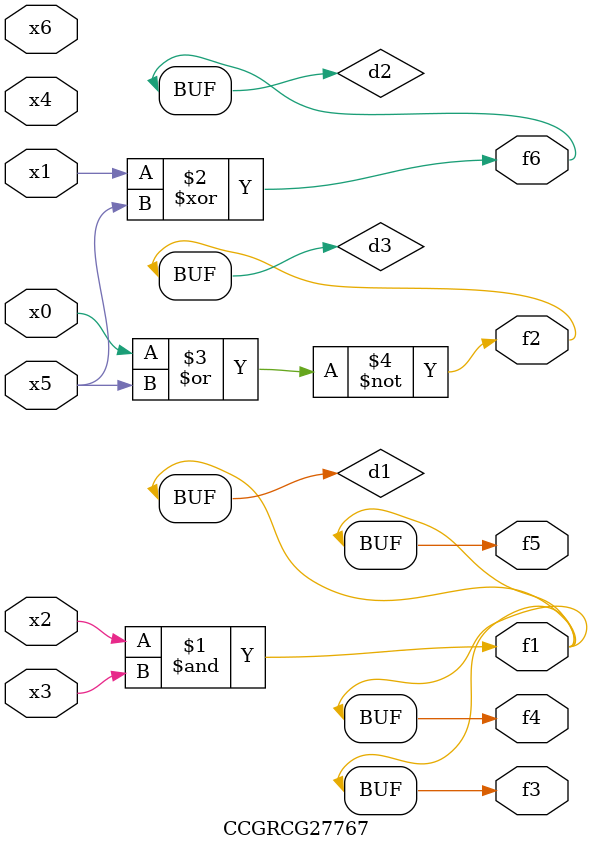
<source format=v>
module CCGRCG27767(
	input x0, x1, x2, x3, x4, x5, x6,
	output f1, f2, f3, f4, f5, f6
);

	wire d1, d2, d3;

	and (d1, x2, x3);
	xor (d2, x1, x5);
	nor (d3, x0, x5);
	assign f1 = d1;
	assign f2 = d3;
	assign f3 = d1;
	assign f4 = d1;
	assign f5 = d1;
	assign f6 = d2;
endmodule

</source>
